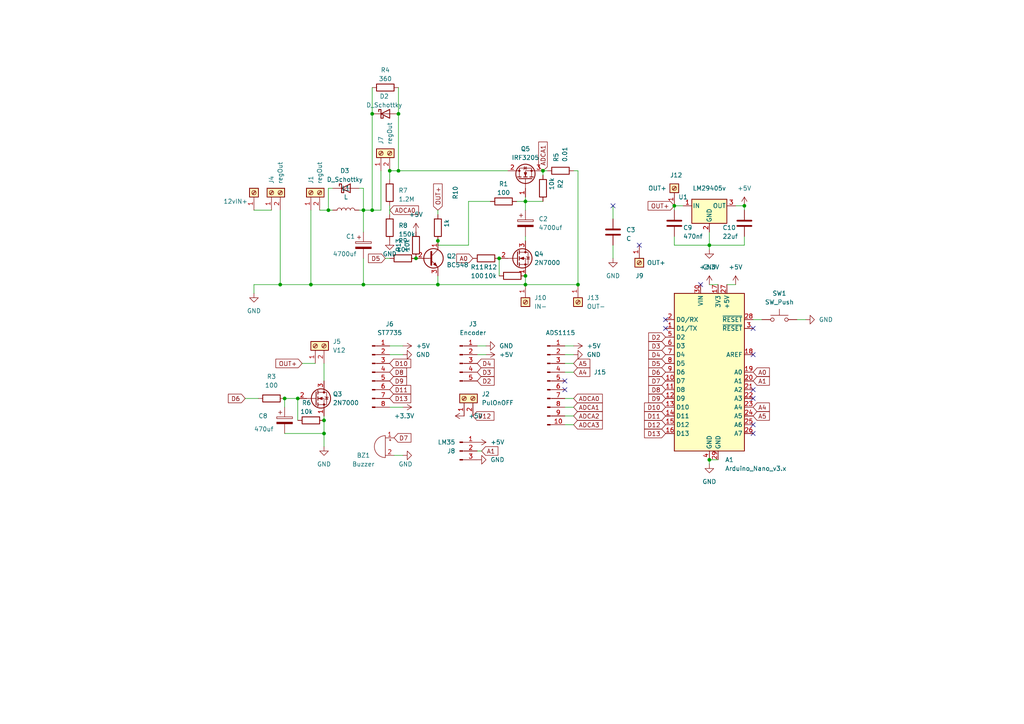
<source format=kicad_sch>
(kicad_sch (version 20230121) (generator eeschema)
  (paper "A4")
  (title_block (title "Fuente DIPS30V5A") (date "2022-10-11") (rev "6"))
  (lib_symbols
    (symbol "Connector:Conn_01x03_Male" (pin_names (offset 1.016) hide)
      (property "Reference" "J" (at 0 5.08 0))
      (property "Value" "Conn_01x03_Male" (at 0 -5.08 0))
      (symbol "Conn_01x03_Male_1_1"
        (polyline (pts (xy 1.27 -2.54) (xy 0.8636 -2.54)) (stroke (width 0.1524)))
        (polyline (pts (xy 1.27 0) (xy 0.8636 0)) (stroke (width 0.1524)))
        (polyline (pts (xy 1.27 2.54) (xy 0.8636 2.54)) (stroke (width 0.1524)))
        (rectangle (start 0.8636 -2.413) (end 0 -2.667) (stroke (width 0.1524)) (fill (type outline)))
        (rectangle (start 0.8636 0.127) (end 0 -0.127) (stroke (width 0.1524)) (fill (type outline)))
        (rectangle (start 0.8636 2.667) (end 0 2.413) (stroke (width 0.1524)) (fill (type outline)))
        (pin passive line (at 5.08 2.54 180) (length 3.81) (name "Pin_1") (number "1"))
        (pin passive line (at 5.08 0 180) (length 3.81) (name "Pin_2") (number "2"))
        (pin passive line (at 5.08 -2.54 180) (length 3.81) (name "Pin_3") (number "3"))
      )
    )
    (symbol "Connector:Conn_01x05_Male" (pin_names (offset 1.016) hide)
      (property "Reference" "J" (at 0 7.62 0))
      (property "Value" "Conn_01x05_Male" (at 0 -7.62 0))
      (symbol "Conn_01x05_Male_1_1"
        (polyline (pts (xy 1.27 -5.08) (xy 0.8636 -5.08)) (stroke (width 0.1524)))
        (polyline (pts (xy 1.27 -2.54) (xy 0.8636 -2.54)) (stroke (width 0.1524)))
        (polyline (pts (xy 1.27 0) (xy 0.8636 0)) (stroke (width 0.1524)))
        (polyline (pts (xy 1.27 2.54) (xy 0.8636 2.54)) (stroke (width 0.1524)))
        (polyline (pts (xy 1.27 5.08) (xy 0.8636 5.08)) (stroke (width 0.1524)))
        (rectangle (start 0.8636 -4.953) (end 0 -5.207) (stroke (width 0.1524)) (fill (type outline)))
        (rectangle (start 0.8636 -2.413) (end 0 -2.667) (stroke (width 0.1524)) (fill (type outline)))
        (rectangle (start 0.8636 0.127) (end 0 -0.127) (stroke (width 0.1524)) (fill (type outline)))
        (rectangle (start 0.8636 2.667) (end 0 2.413) (stroke (width 0.1524)) (fill (type outline)))
        (rectangle (start 0.8636 5.207) (end 0 4.953) (stroke (width 0.1524)) (fill (type outline)))
        (pin passive line (at 5.08 5.08 180) (length 3.81) (name "Pin_1") (number "1"))
        (pin passive line (at 5.08 2.54 180) (length 3.81) (name "Pin_2") (number "2"))
        (pin passive line (at 5.08 0 180) (length 3.81) (name "Pin_3") (number "3"))
        (pin passive line (at 5.08 -2.54 180) (length 3.81) (name "Pin_4") (number "4"))
        (pin passive line (at 5.08 -5.08 180) (length 3.81) (name "Pin_5") (number "5"))
      )
    )
    (symbol "Connector:Conn_01x08_Male" (pin_names (offset 1.016) hide)
      (property "Reference" "J" (at 0 10.16 0))
      (property "Value" "Conn_01x08_Male" (at 0 -12.7 0))
      (symbol "Conn_01x08_Male_1_1"
        (polyline (pts (xy 1.27 -10.16) (xy 0.8636 -10.16)) (stroke (width 0.1524)))
        (polyline (pts (xy 1.27 -7.62) (xy 0.8636 -7.62)) (stroke (width 0.1524)))
        (polyline (pts (xy 1.27 -5.08) (xy 0.8636 -5.08)) (stroke (width 0.1524)))
        (polyline (pts (xy 1.27 -2.54) (xy 0.8636 -2.54)) (stroke (width 0.1524)))
        (polyline (pts (xy 1.27 0) (xy 0.8636 0)) (stroke (width 0.1524)))
        (polyline (pts (xy 1.27 2.54) (xy 0.8636 2.54)) (stroke (width 0.1524)))
        (polyline (pts (xy 1.27 5.08) (xy 0.8636 5.08)) (stroke (width 0.1524)))
        (polyline (pts (xy 1.27 7.62) (xy 0.8636 7.62)) (stroke (width 0.1524)))
        (rectangle (start 0.8636 -10.033) (end 0 -10.287) (stroke (width 0.1524)) (fill (type outline)))
        (rectangle (start 0.8636 -7.493) (end 0 -7.747) (stroke (width 0.1524)) (fill (type outline)))
        (rectangle (start 0.8636 -4.953) (end 0 -5.207) (stroke (width 0.1524)) (fill (type outline)))
        (rectangle (start 0.8636 -2.413) (end 0 -2.667) (stroke (width 0.1524)) (fill (type outline)))
        (rectangle (start 0.8636 0.127) (end 0 -0.127) (stroke (width 0.1524)) (fill (type outline)))
        (rectangle (start 0.8636 2.667) (end 0 2.413) (stroke (width 0.1524)) (fill (type outline)))
        (rectangle (start 0.8636 5.207) (end 0 4.953) (stroke (width 0.1524)) (fill (type outline)))
        (rectangle (start 0.8636 7.747) (end 0 7.493) (stroke (width 0.1524)) (fill (type outline)))
        (pin passive line (at 5.08 7.62 180) (length 3.81) (name "Pin_1") (number "1"))
        (pin passive line (at 5.08 5.08 180) (length 3.81) (name "Pin_2") (number "2"))
        (pin passive line (at 5.08 2.54 180) (length 3.81) (name "Pin_3") (number "3"))
        (pin passive line (at 5.08 0 180) (length 3.81) (name "Pin_4") (number "4"))
        (pin passive line (at 5.08 -2.54 180) (length 3.81) (name "Pin_5") (number "5"))
        (pin passive line (at 5.08 -5.08 180) (length 3.81) (name "Pin_6") (number "6"))
        (pin passive line (at 5.08 -7.62 180) (length 3.81) (name "Pin_7") (number "7"))
        (pin passive line (at 5.08 -10.16 180) (length 3.81) (name "Pin_8") (number "8"))
      )
    )
    (symbol "Connector:Conn_01x10_Male" (pin_names (offset 1.016) hide)
      (property "Reference" "J" (at 0 12.7 0))
      (property "Value" "Conn_01x10_Male" (at 0 -15.24 0))
      (symbol "Conn_01x10_Male_1_1"
        (polyline (pts (xy 1.27 -12.7) (xy 0.8636 -12.7)) (stroke (width 0.1524)))
        (polyline (pts (xy 1.27 -10.16) (xy 0.8636 -10.16)) (stroke (width 0.1524)))
        (polyline (pts (xy 1.27 -7.62) (xy 0.8636 -7.62)) (stroke (width 0.1524)))
        (polyline (pts (xy 1.27 -5.08) (xy 0.8636 -5.08)) (stroke (width 0.1524)))
        (polyline (pts (xy 1.27 -2.54) (xy 0.8636 -2.54)) (stroke (width 0.1524)))
        (polyline (pts (xy 1.27 0) (xy 0.8636 0)) (stroke (width 0.1524)))
        (polyline (pts (xy 1.27 2.54) (xy 0.8636 2.54)) (stroke (width 0.1524)))
        (polyline (pts (xy 1.27 5.08) (xy 0.8636 5.08)) (stroke (width 0.1524)))
        (polyline (pts (xy 1.27 7.62) (xy 0.8636 7.62)) (stroke (width 0.1524)))
        (polyline (pts (xy 1.27 10.16) (xy 0.8636 10.16)) (stroke (width 0.1524)))
        (rectangle (start 0.8636 -12.573) (end 0 -12.827) (stroke (width 0.1524)) (fill (type outline)))
        (rectangle (start 0.8636 -10.033) (end 0 -10.287) (stroke (width 0.1524)) (fill (type outline)))
        (rectangle (start 0.8636 -7.493) (end 0 -7.747) (stroke (width 0.1524)) (fill (type outline)))
        (rectangle (start 0.8636 -4.953) (end 0 -5.207) (stroke (width 0.1524)) (fill (type outline)))
        (rectangle (start 0.8636 -2.413) (end 0 -2.667) (stroke (width 0.1524)) (fill (type outline)))
        (rectangle (start 0.8636 0.127) (end 0 -0.127) (stroke (width 0.1524)) (fill (type outline)))
        (rectangle (start 0.8636 2.667) (end 0 2.413) (stroke (width 0.1524)) (fill (type outline)))
        (rectangle (start 0.8636 5.207) (end 0 4.953) (stroke (width 0.1524)) (fill (type outline)))
        (rectangle (start 0.8636 7.747) (end 0 7.493) (stroke (width 0.1524)) (fill (type outline)))
        (rectangle (start 0.8636 10.287) (end 0 10.033) (stroke (width 0.1524)) (fill (type outline)))
        (pin passive line (at 5.08 10.16 180) (length 3.81) (name "Pin_1") (number "1"))
        (pin passive line (at 5.08 -12.7 180) (length 3.81) (name "Pin_10") (number "10"))
        (pin passive line (at 5.08 7.62 180) (length 3.81) (name "Pin_2") (number "2"))
        (pin passive line (at 5.08 5.08 180) (length 3.81) (name "Pin_3") (number "3"))
        (pin passive line (at 5.08 2.54 180) (length 3.81) (name "Pin_4") (number "4"))
        (pin passive line (at 5.08 0 180) (length 3.81) (name "Pin_5") (number "5"))
        (pin passive line (at 5.08 -2.54 180) (length 3.81) (name "Pin_6") (number "6"))
        (pin passive line (at 5.08 -5.08 180) (length 3.81) (name "Pin_7") (number "7"))
        (pin passive line (at 5.08 -7.62 180) (length 3.81) (name "Pin_8") (number "8"))
        (pin passive line (at 5.08 -10.16 180) (length 3.81) (name "Pin_9") (number "9"))
      )
    )
    (symbol "Connector:Screw_Terminal_01x01" (pin_names (offset 1.016) hide)
      (property "Reference" "J" (at 0 2.54 0))
      (property "Value" "Screw_Terminal_01x01" (at 0 -2.54 0))
      (symbol "Screw_Terminal_01x01_1_1"
        (rectangle (start -1.27 1.27) (end 1.27 -1.27) (stroke (width 0.254)) (fill (type background)))
        (polyline (pts (xy -0.5334 0.3302) (xy 0.3302 -0.508)) (stroke (width 0.1524)))
        (polyline (pts (xy -0.3556 0.508) (xy 0.508 -0.3302)) (stroke (width 0.1524)))
        (circle (center 0 0) (radius 0.635) (stroke (width 0.1524)))
        (pin passive line (at -5.08 0 0) (length 3.81) (name "Pin_1") (number "1"))
      )
    )
    (symbol "Connector:Screw_Terminal_01x02" (pin_names (offset 1.016) hide)
      (property "Reference" "J" (at 0 2.54 0))
      (property "Value" "Screw_Terminal_01x02" (at 0 -5.08 0))
      (symbol "Screw_Terminal_01x02_1_1"
        (rectangle (start -1.27 1.27) (end 1.27 -3.81) (stroke (width 0.254)) (fill (type background)))
        (circle (center 0 -2.54) (radius 0.635) (stroke (width 0.1524)))
        (polyline (pts (xy -0.5334 -2.2098) (xy 0.3302 -3.048)) (stroke (width 0.1524)))
        (polyline (pts (xy -0.5334 0.3302) (xy 0.3302 -0.508)) (stroke (width 0.1524)))
        (polyline (pts (xy -0.3556 -2.032) (xy 0.508 -2.8702)) (stroke (width 0.1524)))
        (polyline (pts (xy -0.3556 0.508) (xy 0.508 -0.3302)) (stroke (width 0.1524)))
        (circle (center 0 0) (radius 0.635) (stroke (width 0.1524)))
        (pin passive line (at -5.08 0 0) (length 3.81) (name "Pin_1") (number "1"))
        (pin passive line (at -5.08 -2.54 0) (length 3.81) (name "Pin_2") (number "2"))
      )
    )
    (symbol "Device:Buzzer" (pin_names (offset 0.0254) hide)
      (property "Reference" "BZ" (at 3.81 1.27 0))
      (property "Value" "Buzzer" (at 3.81 -1.27 0))
      (symbol "Buzzer_0_1"
        (arc (start 0 -3.175) (mid 3.1612 0) (end 0 3.175))
        (polyline (pts (xy -1.651 1.905) (xy -1.143 1.905)))
        (polyline (pts (xy -1.397 2.159) (xy -1.397 1.651)))
        (polyline (pts (xy 0 3.175) (xy 0 -3.175)))
      )
      (symbol "Buzzer_1_1"
        (pin passive line (at -2.54 2.54 0) (length 2.54) (name "-") (number "1"))
        (pin passive line (at -2.54 -2.54 0) (length 2.54) (name "+") (number "2"))
      )
    )
    (symbol "Device:C" (pin_numbers hide) (pin_names (offset 0.254))
      (property "Reference" "C" (at 0.635 2.54 0))
      (property "Value" "C" (at 0.635 -2.54 0))
      (symbol "C_0_1"
        (polyline (pts (xy -2.032 -0.762) (xy 2.032 -0.762)) (stroke (width 0.508)))
        (polyline (pts (xy -2.032 0.762) (xy 2.032 0.762)) (stroke (width 0.508)))
      )
      (symbol "C_1_1"
        (pin passive line (at 0 3.81 270) (length 2.794) (name "~") (number "1"))
        (pin passive line (at 0 -3.81 90) (length 2.794) (name "~") (number "2"))
      )
    )
    (symbol "Device:C_Polarized" (pin_numbers hide) (pin_names (offset 0.254))
      (property "Reference" "C" (at 0.635 2.54 0))
      (property "Value" "C_Polarized" (at 0.635 -2.54 0))
      (symbol "C_Polarized_0_1"
        (rectangle (start -2.286 0.508) (end 2.286 1.016))
        (polyline (pts (xy -1.778 2.286) (xy -0.762 2.286)))
        (polyline (pts (xy -1.27 2.794) (xy -1.27 1.778)))
        (rectangle (start 2.286 -0.508) (end -2.286 -1.016) (fill (type outline)))
      )
      (symbol "C_Polarized_1_1"
        (pin passive line (at 0 3.81 270) (length 2.794) (name "~") (number "1"))
        (pin passive line (at 0 -3.81 90) (length 2.794) (name "~") (number "2"))
      )
    )
    (symbol "Device:D_Schottky" (pin_numbers hide) (pin_names (offset 1.016) hide)
      (property "Reference" "D" (at 0 2.54 0))
      (property "Value" "D_Schottky" (at 0 -2.54 0))
      (symbol "D_Schottky_0_1"
        (polyline (pts (xy 1.27 0) (xy -1.27 0)))
        (polyline (pts (xy 1.27 1.27) (xy 1.27 -1.27) (xy -1.27 0) (xy 1.27 1.27)) (stroke (width 0.254)))
        (polyline (pts (xy -1.905 0.635) (xy -1.905 1.27) (xy -1.27 1.27) (xy -1.27 -1.27) (xy -0.635 -1.27) (xy -0.635 -0.635)) (stroke (width 0.254)))
      )
      (symbol "D_Schottky_1_1"
        (pin passive line (at -3.81 0 0) (length 2.54) (name "K") (number "1"))
        (pin passive line (at 3.81 0 180) (length 2.54) (name "A") (number "2"))
      )
    )
    (symbol "Device:L" (pin_numbers hide) (pin_names (offset 1.016) hide)
      (property "Reference" "L" (at -1.27 0 90))
      (property "Value" "L" (at 1.905 0 90))
      (symbol "L_0_1"
        (arc (start 0 -2.54) (mid 0.6323 -1.905) (end 0 -1.27))
        (arc (start 0 -1.27) (mid 0.6323 -0.635) (end 0 0))
        (arc (start 0 0) (mid 0.6323 0.635) (end 0 1.27))
        (arc (start 0 1.27) (mid 0.6323 1.905) (end 0 2.54))
      )
      (symbol "L_1_1"
        (pin passive line (at 0 3.81 270) (length 1.27) (name "1") (number "1"))
        (pin passive line (at 0 -3.81 90) (length 1.27) (name "2") (number "2"))
      )
    )
    (symbol "Device:R" (pin_numbers hide) (pin_names (offset 0))
      (property "Reference" "R" (at 2.032 0 90))
      (property "Value" "R" (at 0 0 90))
      (symbol "R_0_1"
        (rectangle (start -1.016 -2.54) (end 1.016 2.54) (stroke (width 0.254)))
      )
      (symbol "R_1_1"
        (pin passive line (at 0 3.81 270) (length 1.27) (name "~") (number "1"))
        (pin passive line (at 0 -3.81 90) (length 1.27) (name "~") (number "2"))
      )
    )
    (symbol "MCU_Module:Arduino_Nano_v3.x"
      (property "Reference" "A" (at -10.16 23.495 0))
      (property "Value" "Arduino_Nano_v3.x" (at 5.08 -24.13 0))
      (symbol "Arduino_Nano_v3.x_0_1"
        (rectangle (start -10.16 22.86) (end 10.16 -22.86) (stroke (width 0.254)) (fill (type background)))
      )
      (symbol "Arduino_Nano_v3.x_1_1"
        (pin bidirectional line (at -12.7 12.7 0) (length 2.54) (name "D1/TX") (number "1"))
        (pin bidirectional line (at -12.7 -2.54 0) (length 2.54) (name "D7") (number "10"))
        (pin bidirectional line (at -12.7 -5.08 0) (length 2.54) (name "D8") (number "11"))
        (pin bidirectional line (at -12.7 -7.62 0) (length 2.54) (name "D9") (number "12"))
        (pin bidirectional line (at -12.7 -10.16 0) (length 2.54) (name "D10") (number "13"))
        (pin bidirectional line (at -12.7 -12.7 0) (length 2.54) (name "D11") (number "14"))
        (pin bidirectional line (at -12.7 -15.24 0) (length 2.54) (name "D12") (number "15"))
        (pin bidirectional line (at -12.7 -17.78 0) (length 2.54) (name "D13") (number "16"))
        (pin power_out line (at 2.54 25.4 270) (length 2.54) (name "3V3") (number "17"))
        (pin input line (at 12.7 5.08 180) (length 2.54) (name "AREF") (number "18"))
        (pin bidirectional line (at 12.7 0 180) (length 2.54) (name "A0") (number "19"))
        (pin bidirectional line (at -12.7 15.24 0) (length 2.54) (name "D0/RX") (number "2"))
        (pin bidirectional line (at 12.7 -2.54 180) (length 2.54) (name "A1") (number "20"))
        (pin bidirectional line (at 12.7 -5.08 180) (length 2.54) (name "A2") (number "21"))
        (pin bidirectional line (at 12.7 -7.62 180) (length 2.54) (name "A3") (number "22"))
        (pin bidirectional line (at 12.7 -10.16 180) (length 2.54) (name "A4") (number "23"))
        (pin bidirectional line (at 12.7 -12.7 180) (length 2.54) (name "A5") (number "24"))
        (pin bidirectional line (at 12.7 -15.24 180) (length 2.54) (name "A6") (number "25"))
        (pin bidirectional line (at 12.7 -17.78 180) (length 2.54) (name "A7") (number "26"))
        (pin power_out line (at 5.08 25.4 270) (length 2.54) (name "+5V") (number "27"))
        (pin input line (at 12.7 15.24 180) (length 2.54) (name "~{RESET}") (number "28"))
        (pin power_in line (at 2.54 -25.4 90) (length 2.54) (name "GND") (number "29"))
        (pin input line (at 12.7 12.7 180) (length 2.54) (name "~{RESET}") (number "3"))
        (pin power_in line (at -2.54 25.4 270) (length 2.54) (name "VIN") (number "30"))
        (pin power_in line (at 0 -25.4 90) (length 2.54) (name "GND") (number "4"))
        (pin bidirectional line (at -12.7 10.16 0) (length 2.54) (name "D2") (number "5"))
        (pin bidirectional line (at -12.7 7.62 0) (length 2.54) (name "D3") (number "6"))
        (pin bidirectional line (at -12.7 5.08 0) (length 2.54) (name "D4") (number "7"))
        (pin bidirectional line (at -12.7 2.54 0) (length 2.54) (name "D5") (number "8"))
        (pin bidirectional line (at -12.7 0 0) (length 2.54) (name "D6") (number "9"))
      )
    )
    (symbol "Regulator_Linear:L7805" (pin_names (offset 0.254))
      (property "Reference" "U" (at -3.81 3.175 0))
      (property "Value" "L7805" (at 0 3.175 0))
      (symbol "L7805_0_1"
        (rectangle (start -5.08 1.905) (end 5.08 -5.08) (stroke (width 0.254)) (fill (type background)))
      )
      (symbol "L7805_1_1"
        (pin power_in line (at -7.62 0 0) (length 2.54) (name "IN") (number "1"))
        (pin power_in line (at 0 -7.62 90) (length 2.54) (name "GND") (number "2"))
        (pin power_out line (at 7.62 0 180) (length 2.54) (name "OUT") (number "3"))
      )
    )
    (symbol "Switch:SW_Push" (pin_numbers hide) (pin_names (offset 1.016) hide)
      (property "Reference" "SW" (at 1.27 2.54 0))
      (property "Value" "SW_Push" (at 0 -1.524 0))
      (symbol "SW_Push_0_1"
        (circle (center -2.032 0) (radius 0.508))
        (polyline (pts (xy 0 1.27) (xy 0 3.048)))
        (polyline (pts (xy 2.54 1.27) (xy -2.54 1.27)))
        (circle (center 2.032 0) (radius 0.508))
        (pin passive line (at -5.08 0 0) (length 2.54) (name "1") (number "1"))
        (pin passive line (at 5.08 0 180) (length 2.54) (name "2") (number "2"))
      )
    )
    (symbol "Transistor_BJT:BC548" (pin_names (offset 0) hide)
      (property "Reference" "Q" (at 5.08 1.905 0))
      (property "Value" "BC548" (at 5.08 0 0))
      (symbol "BC548_0_1"
        (polyline (pts (xy 0 0) (xy 0.635 0)))
        (polyline (pts (xy 0.635 0.635) (xy 2.54 2.54)))
        (polyline (pts (xy 0.635 -0.635) (xy 2.54 -2.54) (xy 2.54 -2.54)))
        (polyline (pts (xy 0.635 1.905) (xy 0.635 -1.905) (xy 0.635 -1.905)) (stroke (width 0.508)))
        (polyline (pts (xy 1.27 -1.778) (xy 1.778 -1.27) (xy 2.286 -2.286) (xy 1.27 -1.778) (xy 1.27 -1.778)) (fill (type outline)))
        (circle (center 1.27 0) (radius 2.8194) (stroke (width 0.254)))
      )
      (symbol "BC548_1_1"
        (pin passive line (at 2.54 5.08 270) (length 2.54) (name "C") (number "1"))
        (pin input line (at -5.08 0 0) (length 5.08) (name "B") (number "2"))
        (pin passive line (at 2.54 -5.08 90) (length 2.54) (name "E") (number "3"))
      )
    )
    (symbol "Transistor_FET:2N7000" (pin_names hide)
      (property "Reference" "Q" (at 5.08 1.905 0))
      (property "Value" "2N7000" (at 5.08 0 0))
      (symbol "2N7000_0_1"
        (polyline (pts (xy 0.254 0) (xy -2.54 0)))
        (polyline (pts (xy 0.254 1.905) (xy 0.254 -1.905)) (stroke (width 0.254)))
        (polyline (pts (xy 0.762 -1.27) (xy 0.762 -2.286)) (stroke (width 0.254)))
        (polyline (pts (xy 0.762 0.508) (xy 0.762 -0.508)) (stroke (width 0.254)))
        (polyline (pts (xy 0.762 2.286) (xy 0.762 1.27)) (stroke (width 0.254)))
        (polyline (pts (xy 2.54 2.54) (xy 2.54 1.778)))
        (polyline (pts (xy 2.54 -2.54) (xy 2.54 0) (xy 0.762 0)))
        (polyline (pts (xy 0.762 -1.778) (xy 3.302 -1.778) (xy 3.302 1.778) (xy 0.762 1.778)))
        (polyline (pts (xy 1.016 0) (xy 2.032 0.381) (xy 2.032 -0.381) (xy 1.016 0)) (fill (type outline)))
        (polyline (pts (xy 2.794 0.508) (xy 2.921 0.381) (xy 3.683 0.381) (xy 3.81 0.254)))
        (polyline (pts (xy 3.302 0.381) (xy 2.921 -0.254) (xy 3.683 -0.254) (xy 3.302 0.381)))
        (circle (center 1.651 0) (radius 2.794) (stroke (width 0.254)))
        (circle (center 2.54 -1.778) (radius 0.254) (fill (type outline)))
        (circle (center 2.54 1.778) (radius 0.254) (fill (type outline)))
      )
      (symbol "2N7000_1_1"
        (pin passive line (at 2.54 -5.08 90) (length 2.54) (name "S") (number "1"))
        (pin input line (at -5.08 0 0) (length 2.54) (name "G") (number "2"))
        (pin passive line (at 2.54 5.08 270) (length 2.54) (name "D") (number "3"))
      )
    )
    (symbol "Transistor_FET:IRF3205" (pin_names hide)
      (property "Reference" "Q" (at 6.35 1.905 0))
      (property "Value" "IRF3205" (at 6.35 0 0))
      (symbol "IRF3205_0_1"
        (polyline (pts (xy 0.254 0) (xy -2.54 0)))
        (polyline (pts (xy 0.254 1.905) (xy 0.254 -1.905)) (stroke (width 0.254)))
        (polyline (pts (xy 0.762 -1.27) (xy 0.762 -2.286)) (stroke (width 0.254)))
        (polyline (pts (xy 0.762 0.508) (xy 0.762 -0.508)) (stroke (width 0.254)))
        (polyline (pts (xy 0.762 2.286) (xy 0.762 1.27)) (stroke (width 0.254)))
        (polyline (pts (xy 2.54 2.54) (xy 2.54 1.778)))
        (polyline (pts (xy 2.54 -2.54) (xy 2.54 0) (xy 0.762 0)))
        (polyline (pts (xy 0.762 -1.778) (xy 3.302 -1.778) (xy 3.302 1.778) (xy 0.762 1.778)))
        (polyline (pts (xy 1.016 0) (xy 2.032 0.381) (xy 2.032 -0.381) (xy 1.016 0)) (fill (type outline)))
        (polyline (pts (xy 2.794 0.508) (xy 2.921 0.381) (xy 3.683 0.381) (xy 3.81 0.254)))
        (polyline (pts (xy 3.302 0.381) (xy 2.921 -0.254) (xy 3.683 -0.254) (xy 3.302 0.381)))
        (circle (center 1.651 0) (radius 2.794) (stroke (width 0.254)))
        (circle (center 2.54 -1.778) (radius 0.254) (fill (type outline)))
        (circle (center 2.54 1.778) (radius 0.254) (fill (type outline)))
      )
      (symbol "IRF3205_1_1"
        (pin input line (at -5.08 0 0) (length 2.54) (name "G") (number "1"))
        (pin passive line (at 2.54 5.08 270) (length 2.54) (name "D") (number "2"))
        (pin passive line (at 2.54 -5.08 90) (length 2.54) (name "S") (number "3"))
      )
    )
    (symbol "power:+3.3V" (power) (pin_names (offset 0))
      (property "Value" "+3.3V" (at 0 3.556 0))
      (symbol "+3.3V_0_1"
        (polyline (pts (xy -0.762 1.27) (xy 0 2.54)))
        (polyline (pts (xy 0 0) (xy 0 2.54)))
        (polyline (pts (xy 0 2.54) (xy 0.762 1.27)))
      )
      (symbol "+3.3V_1_1"
        (pin power_in line (at 0 0 90) (length 0) hide (name "+3.3V") (number "1"))
      )
    )
    (symbol "power:+5V" (power) (pin_names (offset 0))
      (property "Value" "+5V" (at 0 3.556 0))
      (symbol "+5V_0_1"
        (polyline (pts (xy -0.762 1.27) (xy 0 2.54)))
        (polyline (pts (xy 0 0) (xy 0 2.54)))
        (polyline (pts (xy 0 2.54) (xy 0.762 1.27)))
      )
      (symbol "+5V_1_1"
        (pin power_in line (at 0 0 90) (length 0) hide (name "+5V") (number "1"))
      )
    )
    (symbol "power:GND" (power) (pin_names (offset 0))
      (property "Value" "GND" (at 0 -3.81 0))
      (symbol "GND_0_1"
        (polyline (pts (xy 0 0) (xy 0 -1.27) (xy 1.27 -1.27) (xy 0 -2.54) (xy -1.27 -1.27) (xy 0 -1.27)))
      )
      (symbol "GND_1_1"
        (pin power_in line (at 0 0 270) (length 0) hide (name "GND") (number "1"))
      )
    )
  )
  (junction (at 115.57 49.53))
  (junction (at 90.17 82.55))
  (junction (at 113.03 49.53))
  (junction (at 205.74 133.35))
  (junction (at 215.9 59.69))
  (junction (at 107.95 60.96))
  (junction (at 82.55 115.57))
  (junction (at 205.74 71.12))
  (junction (at 107.95 33.02))
  (junction (at 167.64 82.55))
  (junction (at 81.28 82.55))
  (junction (at 120.65 74.93))
  (junction (at 105.41 60.96))
  (junction (at 152.4 80.01))
  (junction (at 195.58 59.69))
  (junction (at 157.48 49.53))
  (junction (at 93.98 121.92))
  (junction (at 127 69.85))
  (junction (at 152.4 58.42))
  (junction (at 86.36 115.57))
  (junction (at 115.57 33.02))
  (junction (at 144.78 74.93))
  (junction (at 127 82.55))
  (junction (at 95.25 60.96))
  (junction (at 152.4 82.55))
  (junction (at 93.98 125.73))
  (junction (at 105.41 82.55))
  (no_connect (at 218.44 113.03))
  (no_connect (at 193.04 95.25))
  (no_connect (at 193.04 92.71))
  (no_connect (at 163.83 110.49))
  (no_connect (at 177.8 59.69))
  (no_connect (at 218.44 95.25))
  (no_connect (at 185.42 71.12))
  (no_connect (at 218.44 102.87))
  (no_connect (at 203.2 82.55))
  (no_connect (at 163.83 113.03))
  (no_connect (at 218.44 115.57))
  (no_connect (at 218.44 125.73))
  (no_connect (at 218.44 123.19))
  (wire (pts (xy 127 80.01) (xy 127 82.55)))
  (wire (pts (xy 215.9 68.58) (xy 215.9 71.12)))
  (wire (pts (xy 152.4 82.55) (xy 167.64 82.55)))
  (wire (pts (xy 149.86 58.42) (xy 152.4 58.42)))
  (wire (pts (xy 105.41 54.61) (xy 105.41 60.96)))
  (wire (pts (xy 81.28 82.55) (xy 90.17 82.55)))
  (wire (pts (xy 107.95 33.02) (xy 107.95 60.96)))
  (wire (pts (xy 92.71 60.96) (xy 95.25 60.96)))
  (wire (pts (xy 195.58 68.58) (xy 195.58 71.12)))
  (wire (pts (xy 127 62.23) (xy 127 60.96)))
  (wire (pts (xy 177.8 71.12) (xy 177.8 74.93)))
  (wire (pts (xy 157.48 50.8) (xy 157.48 49.53)))
  (wire (pts (xy 157.48 58.42) (xy 152.4 58.42)))
  (wire (pts (xy 95.25 54.61) (xy 95.25 60.96)))
  (wire (pts (xy 91.44 105.41) (xy 87.63 105.41)))
  (wire (pts (xy 163.83 115.57) (xy 166.37 115.57)))
  (wire (pts (xy 205.74 71.12) (xy 205.74 67.31)))
  (wire (pts (xy 152.4 58.42) (xy 152.4 60.96)))
  (wire (pts (xy 93.98 125.73) (xy 93.98 129.54)))
  (wire (pts (xy 86.36 115.57) (xy 86.36 121.92)))
  (wire (pts (xy 213.36 82.55) (xy 210.82 82.55)))
  (wire (pts (xy 163.83 118.11) (xy 166.37 118.11)))
  (wire (pts (xy 135.89 71.12) (xy 127 71.12)))
  (wire (pts (xy 115.57 49.53) (xy 147.32 49.53)))
  (wire (pts (xy 90.17 60.96) (xy 90.17 82.55)))
  (wire (pts (xy 105.41 82.55) (xy 127 82.55)))
  (wire (pts (xy 81.28 60.96) (xy 81.28 82.55)))
  (wire (pts (xy 93.98 121.92) (xy 93.98 120.65)))
  (wire (pts (xy 177.8 59.69) (xy 177.8 63.5)))
  (wire (pts (xy 93.98 121.92) (xy 93.98 125.73)))
  (wire (pts (xy 152.4 80.01) (xy 152.4 82.55)))
  (wire (pts (xy 195.58 71.12) (xy 205.74 71.12)))
  (wire (pts (xy 167.64 49.53) (xy 167.64 82.55)))
  (wire (pts (xy 163.83 105.41) (xy 166.37 105.41)))
  (wire (pts (xy 163.83 120.65) (xy 166.37 120.65)))
  (wire (pts (xy 163.83 102.87) (xy 166.37 102.87)))
  (wire (pts (xy 205.74 133.35) (xy 208.28 133.35)))
  (wire (pts (xy 127 82.55) (xy 152.4 82.55)))
  (wire (pts (xy 163.83 123.19) (xy 166.37 123.19)))
  (wire (pts (xy 116.84 132.08) (xy 114.3 132.08)))
  (wire (pts (xy 163.83 100.33) (xy 166.37 100.33)))
  (wire (pts (xy 205.74 71.12) (xy 205.74 72.39)))
  (wire (pts (xy 120.65 74.93) (xy 119.38 74.93)))
  (wire (pts (xy 195.58 59.69) (xy 195.58 60.96)))
  (wire (pts (xy 71.12 115.57) (xy 74.93 115.57)))
  (wire (pts (xy 113.03 59.69) (xy 113.03 62.23)))
  (wire (pts (xy 215.9 59.69) (xy 215.9 60.96)))
  (wire (pts (xy 127 69.85) (xy 127 71.12)))
  (wire (pts (xy 105.41 60.96) (xy 105.41 67.31)))
  (wire (pts (xy 205.74 133.35) (xy 205.74 134.62)))
  (wire (pts (xy 105.41 74.93) (xy 105.41 82.55)))
  (wire (pts (xy 96.52 54.61) (xy 95.25 54.61)))
  (wire (pts (xy 107.95 60.96) (xy 110.49 60.96)))
  (wire (pts (xy 113.03 49.53) (xy 113.03 52.07)))
  (wire (pts (xy 231.14 92.71) (xy 233.68 92.71)))
  (wire (pts (xy 135.89 58.42) (xy 135.89 71.12)))
  (wire (pts (xy 166.37 49.53) (xy 167.64 49.53)))
  (wire (pts (xy 144.78 74.93) (xy 144.78 80.01)))
  (wire (pts (xy 205.74 82.55) (xy 208.28 82.55)))
  (wire (pts (xy 115.57 33.02) (xy 115.57 49.53)))
  (wire (pts (xy 198.12 59.69) (xy 195.58 59.69)))
  (wire (pts (xy 113.03 74.93) (xy 111.76 74.93)))
  (wire (pts (xy 138.43 100.33) (xy 140.97 100.33)))
  (wire (pts (xy 82.55 125.73) (xy 93.98 125.73)))
  (wire (pts (xy 104.14 54.61) (xy 105.41 54.61)))
  (wire (pts (xy 215.9 71.12) (xy 205.74 71.12)))
  (wire (pts (xy 139.7 130.81) (xy 138.43 130.81)))
  (wire (pts (xy 104.14 60.96) (xy 105.41 60.96)))
  (wire (pts (xy 82.55 115.57) (xy 82.55 118.11)))
  (wire (pts (xy 116.84 118.11) (xy 113.03 118.11)))
  (wire (pts (xy 163.83 107.95) (xy 166.37 107.95)))
  (wire (pts (xy 115.57 25.4) (xy 115.57 33.02)))
  (wire (pts (xy 73.66 82.55) (xy 73.66 85.09)))
  (wire (pts (xy 73.66 82.55) (xy 81.28 82.55)))
  (wire (pts (xy 93.98 105.41) (xy 93.98 110.49)))
  (wire (pts (xy 152.4 68.58) (xy 152.4 69.85)))
  (wire (pts (xy 95.25 60.96) (xy 96.52 60.96)))
  (wire (pts (xy 213.36 59.69) (xy 215.9 59.69)))
  (wire (pts (xy 157.48 49.53) (xy 158.75 49.53)))
  (wire (pts (xy 90.17 82.55) (xy 105.41 82.55)))
  (wire (pts (xy 142.24 58.42) (xy 135.89 58.42)))
  (wire (pts (xy 218.44 92.71) (xy 220.98 92.71)))
  (wire (pts (xy 107.95 25.4) (xy 107.95 33.02)))
  (wire (pts (xy 105.41 60.96) (xy 107.95 60.96)))
  (wire (pts (xy 82.55 115.57) (xy 86.36 115.57)))
  (wire (pts (xy 116.84 102.87) (xy 113.03 102.87)))
  (wire (pts (xy 73.66 60.96) (xy 78.74 60.96)))
  (wire (pts (xy 152.4 57.15) (xy 152.4 58.42)))
  (wire (pts (xy 116.84 100.33) (xy 113.03 100.33)))
  (wire (pts (xy 140.97 102.87) (xy 138.43 102.87)))
  (wire (pts (xy 113.03 49.53) (xy 115.57 49.53)))
  (wire (pts (xy 110.49 60.96) (xy 110.49 49.53)))
  (global_label "A0" (shape input) (at 137.16 74.93 180) (property "Intersheetrefs" "${INTERSHEET_REFS}" (effects hide)))
  (global_label "A4" (shape input) (at 218.44 118.11 0) (property "Intersheetrefs" "${INTERSHEET_REFS}" (effects hide)))
  (global_label "OUT+" (shape input) (at 127 60.96 90) (property "Intersheetrefs" "${INTERSHEET_REFS}" (effects hide)))
  (global_label "A5" (shape input) (at 218.44 120.65 0) (property "Intersheetrefs" "${INTERSHEET_REFS}" (effects hide)))
  (global_label "D10" (shape input) (at 193.04 118.11 180) (property "Intersheetrefs" "${INTERSHEET_REFS}" (effects hide)))
  (global_label "D5" (shape input) (at 193.04 105.41 180) (property "Intersheetrefs" "${INTERSHEET_REFS}" (effects hide)))
  (global_label "D2" (shape input) (at 193.04 97.79 180) (property "Intersheetrefs" "${INTERSHEET_REFS}" (effects hide)))
  (global_label "D2" (shape input) (at 138.43 110.49 0) (property "Intersheetrefs" "${INTERSHEET_REFS}" (effects hide)))
  (global_label "D8" (shape input) (at 193.04 113.03 180) (property "Intersheetrefs" "${INTERSHEET_REFS}" (effects hide)))
  (global_label "ADCA0" (shape input) (at 166.37 115.57 0) (property "Intersheetrefs" "${INTERSHEET_REFS}" (effects hide)))
  (global_label "D8" (shape input) (at 113.03 107.95 0) (property "Intersheetrefs" "${INTERSHEET_REFS}" (effects hide)))
  (global_label "D12" (shape input) (at 137.16 120.65 0) (property "Intersheetrefs" "${INTERSHEET_REFS}" (effects hide)))
  (global_label "ADCA3" (shape input) (at 166.37 123.19 0) (property "Intersheetrefs" "${INTERSHEET_REFS}" (effects hide)))
  (global_label "D9" (shape input) (at 113.03 110.49 0) (property "Intersheetrefs" "${INTERSHEET_REFS}" (effects hide)))
  (global_label "D7" (shape input) (at 114.3 127 0) (property "Intersheetrefs" "${INTERSHEET_REFS}" (effects hide)))
  (global_label "D6" (shape input) (at 193.04 107.95 180) (property "Intersheetrefs" "${INTERSHEET_REFS}" (effects hide)))
  (global_label "ADCA1" (shape input) (at 166.37 118.11 0) (property "Intersheetrefs" "${INTERSHEET_REFS}" (effects hide)))
  (global_label "D13" (shape input) (at 113.03 115.57 0) (property "Intersheetrefs" "${INTERSHEET_REFS}" (effects hide)))
  (global_label "ADCA0" (shape input) (at 113.03 60.96 0) (property "Intersheetrefs" "${INTERSHEET_REFS}" (effects hide)))
  (global_label "D6" (shape input) (at 71.12 115.57 180) (property "Intersheetrefs" "${INTERSHEET_REFS}" (effects hide)))
  (global_label "D11" (shape input) (at 113.03 113.03 0) (property "Intersheetrefs" "${INTERSHEET_REFS}" (effects hide)))
  (global_label "OUT+" (shape input) (at 195.58 59.69 180) (property "Intersheetrefs" "${INTERSHEET_REFS}" (effects hide)))
  (global_label "D7" (shape input) (at 193.04 110.49 180) (property "Intersheetrefs" "${INTERSHEET_REFS}" (effects hide)))
  (global_label "A1" (shape input) (at 139.7 130.81 0) (property "Intersheetrefs" "${INTERSHEET_REFS}" (effects hide)))
  (global_label "A1" (shape input) (at 218.44 110.49 0) (property "Intersheetrefs" "${INTERSHEET_REFS}" (effects hide)))
  (global_label "D10" (shape input) (at 113.03 105.41 0) (property "Intersheetrefs" "${INTERSHEET_REFS}" (effects hide)))
  (global_label "ADCA1" (shape input) (at 157.48 49.53 90) (property "Intersheetrefs" "${INTERSHEET_REFS}" (effects hide)))
  (global_label "A5" (shape input) (at 166.37 105.41 0) (property "Intersheetrefs" "${INTERSHEET_REFS}" (effects hide)))
  (global_label "ADCA2" (shape input) (at 166.37 120.65 0) (property "Intersheetrefs" "${INTERSHEET_REFS}" (effects hide)))
  (global_label "D3" (shape input) (at 193.04 100.33 180) (property "Intersheetrefs" "${INTERSHEET_REFS}" (effects hide)))
  (global_label "A4" (shape input) (at 166.37 107.95 0) (property "Intersheetrefs" "${INTERSHEET_REFS}" (effects hide)))
  (global_label "D5" (shape input) (at 111.76 74.93 180) (property "Intersheetrefs" "${INTERSHEET_REFS}" (effects hide)))
  (global_label "A0" (shape input) (at 218.44 107.95 0) (property "Intersheetrefs" "${INTERSHEET_REFS}" (effects hide)))
  (global_label "D3" (shape input) (at 138.43 107.95 0) (property "Intersheetrefs" "${INTERSHEET_REFS}" (effects hide)))
  (global_label "D4" (shape input) (at 193.04 102.87 180) (property "Intersheetrefs" "${INTERSHEET_REFS}" (effects hide)))
  (global_label "D4" (shape input) (at 138.43 105.41 0) (property "Intersheetrefs" "${INTERSHEET_REFS}" (effects hide)))
  (global_label "D9" (shape input) (at 193.04 115.57 180) (property "Intersheetrefs" "${INTERSHEET_REFS}" (effects hide)))
  (global_label "D11" (shape input) (at 193.04 120.65 180) (property "Intersheetrefs" "${INTERSHEET_REFS}" (effects hide)))
  (global_label "D12" (shape input) (at 193.04 123.19 180) (property "Intersheetrefs" "${INTERSHEET_REFS}" (effects hide)))
  (global_label "OUT+" (shape input) (at 87.63 105.41 180) (property "Intersheetrefs" "${INTERSHEET_REFS}" (effects hide)))
  (global_label "D13" (shape input) (at 193.04 125.73 180) (property "Intersheetrefs" "${INTERSHEET_REFS}" (effects hide)))
  (symbol (lib_id "Device:R") (at 111.76 25.4 90) (unit 1)
    (property "Reference" "R4" (at 111.76 20.32 90))
    (property "Value" "360" (at 111.76 22.86 90))
    (property "Footprint" "Resistor_THT:R_Axial_Power_L38.0mm_W6.4mm_P45.72mm" (effects hide))
  )
  (symbol (lib_id "Device:R") (at 146.05 58.42 90) (unit 1)
    (property "Reference" "R1" (at 146.05 53.34 90))
    (property "Value" "100" (at 146.05 55.88 90))
    (property "Footprint" "Resistor_THT:R_Axial_DIN0207_L6.3mm_D2.5mm_P10.16mm_Horizontal" (effects hide))
  )
  (symbol (lib_id "power:GND") (at 205.74 72.39 0) (unit 1)
    (property "Reference" "#PWR015" (effects hide))
    (property "Value" "GND" (at 205.74 77.47 0))
  )
  (symbol (lib_id "Connector:Screw_Terminal_01x02") (at 134.62 115.57 90) (unit 1)
    (property "Reference" "J2" (at 139.7 114.2999 90) (effects (justify right)))
    (property "Value" "PulOnOFF" (at 139.7 116.8399 90) (effects (justify right)))
    (property "Footprint" "Connector_Molex:Molex_KK-254_AE-6410-02A_1x02_P2.54mm_Vertical" (effects hide))
  )
  (symbol (lib_id "MCU_Module:Arduino_Nano_v3.x") (at 205.74 107.95 0) (unit 1)
    (property "Reference" "A1" (at 210.2994 133.35 0) (effects (justify left)))
    (property "Value" "Arduino_Nano_v3.x" (at 210.2994 135.89 0) (effects (justify left)))
    (property "Footprint" "Module:Arduino_Nano_WithMountingHoles" (effects hide))
    (property "Datasheet" "http://www.mouser.com/pdfdocs/Gravitech_Arduino_Nano3_0.pdf" (effects hide))
  )
  (symbol (lib_id "power:GND") (at 138.43 133.35 90) (unit 1)
    (property "Reference" "#PWR0107" (effects hide))
    (property "Value" "GND" (at 142.24 133.3501 90) (effects (justify right)))
  )
  (symbol (lib_id "Connector:Conn_01x05_Male") (at 133.35 105.41 0) (unit 1)
    (property "Reference" "J3" (at 137.16 93.98 0))
    (property "Value" "Encoder" (at 137.16 96.52 0))
    (property "Footprint" "Connector_Molex:Molex_KK-254_AE-6410-05A_1x05_P2.54mm_Vertical" (effects hide))
  )
  (symbol (lib_id "Connector:Screw_Terminal_01x01") (at 73.66 55.88 90) (unit 1)
    (property "Reference" "J16" (effects hide))
    (property "Value" "12vIN+" (at 64.77 58.42 90) (effects (justify right)))
    (property "Footprint" "Connector_Pin:Pin_D1.0mm_L10.0mm" (effects hide))
  )
  (symbol (lib_id "Device:Buzzer") (at 111.76 129.54 0) (mirror y) (unit 1)
    (property "Reference" "BZ1" (at 105.41 132.08 0))
    (property "Value" "Buzzer" (at 105.41 134.62 0))
    (property "Footprint" "Buzzer_Beeper:MagneticBuzzer_ProSignal_ABI-010-RC" (effects hide))
  )
  (symbol (lib_id "Device:R") (at 113.03 55.88 0) (unit 1)
    (property "Reference" "R7" (at 115.57 55.245 0) (effects (justify left)))
    (property "Value" "1.2M" (at 115.57 57.785 0) (effects (justify left)))
    (property "Footprint" "Resistor_THT:R_Axial_DIN0207_L6.3mm_D2.5mm_P10.16mm_Horizontal" (effects hide))
  )
  (symbol (lib_id "Device:R") (at 127 66.04 0) (unit 1)
    (property "Reference" "R10" (at 132.08 55.88 90))
    (property "Value" "1k" (at 129.54 64.77 90))
    (property "Footprint" "Resistor_THT:R_Axial_DIN0207_L6.3mm_D2.5mm_P10.16mm_Horizontal" (effects hide))
  )
  (symbol (lib_id "power:+5V") (at 166.37 100.33 270) (unit 1)
    (property "Reference" "#PWR0112" (effects hide))
    (property "Value" "+5V" (at 170.18 100.3299 90) (effects (justify left)))
  )
  (symbol (lib_id "Device:R") (at 162.56 49.53 90) (unit 1)
    (property "Reference" "R5" (at 161.2899 46.99 0) (effects (justify left)))
    (property "Value" "0.01" (at 163.8299 46.99 0) (effects (justify left)))
    (property "Footprint" "Resistor_SMD:R_2512_6332Metric_Pad1.40x3.35mm_HandSolder" (effects hide))
  )
  (symbol (lib_id "Device:C_Polarized") (at 105.41 71.12 0) (unit 1)
    (property "Reference" "C1" (at 100.33 68.58 0) (effects (justify left)))
    (property "Value" "4700uf" (at 96.52 73.66 0) (effects (justify left)))
    (property "Footprint" "Capacitor_THT:CP_Radial_D22.0mm_P10.00mm_SnapIn" (effects hide))
  )
  (symbol (lib_id "Connector:Screw_Terminal_01x02") (at 90.17 55.88 90) (unit 1)
    (property "Reference" "J1" (at 90.17 53.34 0) (effects (justify left)))
    (property "Value" "regOut" (at 92.71 53.34 0) (effects (justify left)))
    (property "Footprint" "Connector_Molex:Molex_KK-254_AE-6410-02A_1x02_P2.54mm_Vertical" (effects hide))
  )
  (symbol (lib_id "Connector:Conn_01x10_Male") (at 158.75 110.49 0) (unit 1)
    (property "Reference" "J15" (at 173.99 107.95 0))
    (property "Value" "ADS1115" (at 162.56 96.52 0))
    (property "Footprint" "Connector_PinHeader_2.54mm:PinHeader_1x10_P2.54mm_Vertical" (effects hide))
  )
  (symbol (lib_id "Device:D_Schottky") (at 111.76 33.02 0) (unit 1)
    (property "Reference" "D2" (at 111.4425 27.94 0))
    (property "Value" "D_Schottky" (at 111.4425 30.48 0))
    (property "Footprint" "Diode_THT:D_DO-201AD_P15.24mm_Horizontal" (effects hide))
  )
  (symbol (lib_id "Transistor_FET:IRF3205") (at 152.4 52.07 90) (unit 1)
    (property "Reference" "Q5" (at 152.4 43.18 90))
    (property "Value" "IRF3205" (at 152.4 45.72 90))
    (property "Footprint" "Package_TO_SOT_THT:TO-220-3_Vertical" (effects hide))
    (property "Datasheet" "http://www.irf.com/product-info/datasheets/data/irf3205.pdf" (effects hide))
  )
  (symbol (lib_id "Connector:Conn_01x08_Male") (at 107.95 107.95 0) (unit 1)
    (property "Reference" "J6" (at 113.03 93.98 0))
    (property "Value" "ST7735" (at 113.03 96.52 0))
    (property "Footprint" "Connector_Molex:Molex_KK-254_AE-6410-08A_1x08_P2.54mm_Vertical" (effects hide))
  )
  (symbol (lib_id "power:GND") (at 166.37 102.87 90) (unit 1)
    (property "Reference" "#PWR0113" (effects hide))
    (property "Value" "GND" (at 170.18 102.8699 90) (effects (justify right)))
  )
  (symbol (lib_id "power:GND") (at 116.84 102.87 90) (unit 1)
    (property "Reference" "#PWR03" (effects hide))
    (property "Value" "GND" (at 120.65 102.8699 90) (effects (justify right)))
  )
  (symbol (lib_id "power:+5V") (at 215.9 59.69 0) (unit 1)
    (property "Reference" "#PWR08" (effects hide))
    (property "Value" "+5V" (at 215.9 54.61 0))
  )
  (symbol (lib_id "power:GND") (at 113.03 69.85 0) (unit 1)
    (property "Reference" "#PWR01" (effects hide))
    (property "Value" "GND" (at 113.03 73.66 0))
  )
  (symbol (lib_id "Switch:SW_Push") (at 226.06 92.71 0) (unit 1)
    (property "Reference" "SW1" (at 226.06 85.09 0))
    (property "Value" "SW_Push" (at 226.06 87.63 0))
    (property "Footprint" "Connector_Molex:Molex_KK-254_AE-6410-02A_1x02_P2.54mm_Vertical" (effects hide))
  )
  (symbol (lib_id "Connector:Screw_Terminal_01x01") (at 167.64 87.63 270) (unit 1)
    (property "Reference" "J13" (at 170.18 86.3599 90) (effects (justify left)))
    (property "Value" "OUT-" (at 170.18 88.8999 90) (effects (justify left)))
    (property "Footprint" "Connector_Pin:Pin_D1.0mm_L10.0mm" (effects hide))
  )
  (symbol (lib_id "power:+5V") (at 120.65 67.31 0) (unit 1)
    (property "Reference" "#PWR013" (effects hide))
    (property "Value" "+5V" (at 120.65 62.23 0))
  )
  (symbol (lib_id "power:GND") (at 140.97 100.33 90) (unit 1)
    (property "Reference" "#PWR07" (effects hide))
    (property "Value" "GND" (at 144.78 100.3299 90) (effects (justify right)))
  )
  (symbol (lib_id "Device:L") (at 100.33 60.96 90) (unit 1)
    (property "Reference" "L1" (at 100.33 54.61 90))
    (property "Value" "L" (at 100.33 57.15 90))
    (property "Footprint" "Inductor_THT:L_Toroid_Vertical_L21.6mm_W8.4mm_P8.38mm_Pulse_G" (effects hide))
  )
  (symbol (lib_id "Connector:Screw_Terminal_01x02") (at 110.49 44.45 90) (unit 1)
    (property "Reference" "J7" (at 110.49 41.91 0) (effects (justify left)))
    (property "Value" "regOut" (at 113.03 41.91 0) (effects (justify left)))
    (property "Footprint" "Connector_Molex:Molex_KK-254_AE-6410-02A_1x02_P2.54mm_Vertical" (effects hide))
  )
  (symbol (lib_id "Device:R") (at 116.84 74.93 90) (unit 1)
    (property "Reference" "R9" (at 116.84 69.85 90))
    (property "Value" "10k" (at 116.84 72.39 90))
    (property "Footprint" "Resistor_THT:R_Axial_DIN0207_L6.3mm_D2.5mm_P10.16mm_Horizontal" (effects hide))
  )
  (symbol (lib_id "power:+5V") (at 134.62 120.65 90) (unit 1)
    (property "Reference" "#PWR0103" (effects hide))
    (property "Value" "+5V" (at 135.89 120.6499 90) (effects (justify right)))
  )
  (symbol (lib_id "power:+5V") (at 138.43 128.27 270) (unit 1)
    (property "Reference" "#PWR0106" (effects hide))
    (property "Value" "+5V" (at 142.24 128.2701 90) (effects (justify left)))
  )
  (symbol (lib_id "Device:C") (at 177.8 67.31 0) (unit 1)
    (property "Reference" "C3" (at 181.61 66.675 0) (effects (justify left)))
    (property "Value" "C" (at 181.61 69.215 0) (effects (justify left)))
    (property "Footprint" "Capacitor_THT:C_Rect_L26.5mm_W7.0mm_P22.50mm_MKS4" (effects hide))
  )
  (symbol (lib_id "power:GND") (at 93.98 129.54 0) (unit 1)
    (property "Reference" "#PWR0109" (effects hide))
    (property "Value" "GND" (at 93.98 134.62 0))
  )
  (symbol (lib_id "power:+5V") (at 116.84 100.33 270) (unit 1)
    (property "Reference" "#PWR04" (effects hide))
    (property "Value" "+5V" (at 120.65 100.3299 90) (effects (justify left)))
  )
  (symbol (lib_id "Transistor_BJT:BC548") (at 124.46 74.93 0) (unit 1)
    (property "Reference" "Q2" (at 129.54 74.295 0) (effects (justify left)))
    (property "Value" "BC548" (at 129.54 76.835 0) (effects (justify left)))
    (property "Footprint" "Package_TO_SOT_THT:TO-92_Inline" (effects hide))
    (property "Datasheet" "https://www.onsemi.com/pub/Collateral/BC550-D.pdf" (effects hide))
  )
  (symbol (lib_id "Transistor_FET:2N7000") (at 91.44 115.57 0) (unit 1)
    (property "Reference" "Q3" (at 96.52 114.3 0) (effects (justify left)))
    (property "Value" "2N7000" (at 96.52 116.84 0) (effects (justify left)))
    (property "Footprint" "Package_TO_SOT_THT:TO-92_Inline" (effects hide))
    (property "Datasheet" "https://www.vishay.com/docs/70226/70226.pdf" (effects hide))
  )
  (symbol (lib_id "Connector:Screw_Terminal_01x02") (at 78.74 55.88 90) (unit 1)
    (property "Reference" "J4" (at 78.74 53.34 0) (effects (justify left)))
    (property "Value" "regOut" (at 81.28 53.34 0) (effects (justify left)))
    (property "Footprint" "Connector_Molex:Molex_KK-254_AE-6410-02A_1x02_P2.54mm_Vertical" (effects hide))
  )
  (symbol (lib_id "Device:D_Schottky") (at 100.33 54.61 0) (unit 1)
    (property "Reference" "D3" (at 100.0125 49.53 0))
    (property "Value" "D_Schottky" (at 100.0125 52.07 0))
    (property "Footprint" "Diode_THT:D_DO-201AD_P15.24mm_Horizontal" (effects hide))
  )
  (symbol (lib_id "Device:C") (at 215.9 64.77 0) (unit 1)
    (property "Reference" "C10" (at 209.55 66.04 0) (effects (justify left)))
    (property "Value" "22uf" (at 209.55 68.58 0) (effects (justify left)))
    (property "Footprint" "Capacitor_THT:CP_Radial_D4.0mm_P2.00mm" (effects hide))
  )
  (symbol (lib_id "power:GND") (at 233.68 92.71 90) (unit 1)
    (property "Reference" "#PWR012" (effects hide))
    (property "Value" "GND" (at 237.49 92.7099 90) (effects (justify right)))
  )
  (symbol (lib_id "Device:C_Polarized") (at 82.55 121.92 0) (unit 1)
    (property "Reference" "C8" (at 74.93 120.65 0) (effects (justify left)))
    (property "Value" "470uf" (at 73.66 124.46 0) (effects (justify left)))
    (property "Footprint" "Capacitor_THT:C_Radial_D10.0mm_H16.0mm_P5.00mm" (effects hide))
  )
  (symbol (lib_id "Device:R") (at 78.74 115.57 90) (unit 1)
    (property "Reference" "R3" (at 78.74 109.22 90))
    (property "Value" "100" (at 78.74 111.76 90))
    (property "Footprint" "Resistor_THT:R_Axial_DIN0207_L6.3mm_D2.5mm_P10.16mm_Horizontal" (effects hide))
  )
  (symbol (lib_id "power:GND") (at 116.84 132.08 90) (unit 1)
    (property "Reference" "#PWR05" (effects hide))
    (property "Value" "GND" (at 115.57 134.62 90) (effects (justify right)))
  )
  (symbol (lib_id "Connector:Conn_01x03_Male") (at 133.35 130.81 0) (unit 1)
    (property "Reference" "J8" (at 132.08 130.81 0) (effects (justify right)))
    (property "Value" "LM35" (at 132.08 128.27 0) (effects (justify right)))
    (property "Footprint" "Connector_Molex:Molex_KK-254_AE-6410-03A_1x03_P2.54mm_Vertical" (effects hide))
  )
  (symbol (lib_id "Connector:Screw_Terminal_01x02") (at 91.44 100.33 90) (unit 1)
    (property "Reference" "J5" (at 96.52 99.0599 90) (effects (justify right)))
    (property "Value" "V12" (at 96.52 101.5999 90) (effects (justify right)))
    (property "Footprint" "Connector_Molex:Molex_KK-254_AE-6410-02A_1x02_P2.54mm_Vertical" (effects hide))
  )
  (symbol (lib_id "Device:C") (at 195.58 64.77 0) (unit 1)
    (property "Reference" "C9" (at 198.12 66.04 0) (effects (justify left)))
    (property "Value" "470nf" (at 198.12 68.58 0) (effects (justify left)))
    (property "Footprint" "Capacitor_THT:C_Disc_D5.0mm_W2.5mm_P5.00mm" (effects hide))
  )
  (symbol (lib_id "Connector:Screw_Terminal_01x01") (at 185.42 76.2 270) (unit 1)
    (property "Reference" "J9" (at 186.69 80.01 90) (effects (justify right)))
    (property "Value" "OUT+" (at 193.04 76.2 90) (effects (justify right)))
    (property "Footprint" "Connector_Pin:Pin_D1.0mm_L10.0mm" (effects hide))
  )
  (symbol (lib_id "Connector:Screw_Terminal_01x01") (at 152.4 87.63 270) (unit 1)
    (property "Reference" "J10" (at 154.94 86.3599 90) (effects (justify left)))
    (property "Value" "IN-" (at 154.94 88.8999 90) (effects (justify left)))
    (property "Footprint" "Connector_Pin:Pin_D1.0mm_L10.0mm" (effects hide))
  )
  (symbol (lib_id "Connector:Screw_Terminal_01x01") (at 195.58 54.61 90) (unit 1)
    (property "Reference" "J12" (at 194.31 50.8 90) (effects (justify right)))
    (property "Value" "OUT+" (at 187.96 54.61 90) (effects (justify right)))
    (property "Footprint" "Connector_Pin:Pin_D1.0mm_L10.0mm" (effects hide))
  )
  (symbol (lib_id "power:+3.3V") (at 116.84 118.11 270) (unit 1)
    (property "Reference" "#PWR02" (effects hide))
    (property "Value" "+3.3V" (at 114.3 120.65 90) (effects (justify left)))
  )
  (symbol (lib_id "Device:R") (at 140.97 74.93 90) (unit 1)
    (property "Reference" "R11" (at 138.43 77.47 90))
    (property "Value" "100" (at 138.43 80.01 90))
    (property "Footprint" "Resistor_THT:R_Axial_DIN0207_L6.3mm_D2.5mm_P10.16mm_Horizontal" (effects hide))
  )
  (symbol (lib_id "Device:C_Polarized") (at 152.4 64.77 0) (unit 1)
    (property "Reference" "C2" (at 156.21 63.5 0) (effects (justify left)))
    (property "Value" "4700uf" (at 156.21 66.04 0) (effects (justify left)))
    (property "Footprint" "Capacitor_THT:CP_Radial_D22.0mm_P10.00mm_SnapIn" (effects hide))
  )
  (symbol (lib_id "power:+5V") (at 140.97 102.87 270) (unit 1)
    (property "Reference" "#PWR06" (effects hide))
    (property "Value" "+5V" (at 144.78 102.8699 90) (effects (justify left)))
  )
  (symbol (lib_id "power:GND") (at 177.8 74.93 0) (unit 1)
    (property "Reference" "#PWR016" (effects hide))
    (property "Value" "GND" (at 177.8 80.01 0))
  )
  (symbol (lib_id "Device:R") (at 148.59 80.01 90) (unit 1)
    (property "Reference" "R12" (at 142.24 77.47 90))
    (property "Value" "10k" (at 142.24 80.01 90))
    (property "Footprint" "Resistor_THT:R_Axial_DIN0207_L6.3mm_D2.5mm_P10.16mm_Horizontal" (effects hide))
  )
  (symbol (lib_id "Device:R") (at 157.48 54.61 0) (unit 1)
    (property "Reference" "R2" (at 162.56 53.34 90))
    (property "Value" "10k" (at 160.02 53.34 90))
    (property "Footprint" "Resistor_THT:R_Axial_DIN0207_L6.3mm_D2.5mm_P10.16mm_Horizontal" (effects hide))
  )
  (symbol (lib_id "power:+3.3V") (at 205.74 82.55 0) (unit 1)
    (property "Reference" "#PWR010" (effects hide))
    (property "Value" "+3.3V" (at 205.74 77.47 0))
  )
  (symbol (lib_id "Device:R") (at 113.03 66.04 0) (unit 1)
    (property "Reference" "R8" (at 115.57 65.405 0) (effects (justify left)))
    (property "Value" "150k" (at 115.57 67.945 0) (effects (justify left)))
    (property "Footprint" "Resistor_THT:R_Axial_DIN0207_L6.3mm_D2.5mm_P10.16mm_Horizontal" (effects hide))
  )
  (symbol (lib_id "power:+5V") (at 213.36 82.55 0) (unit 1)
    (property "Reference" "#PWR011" (effects hide))
    (property "Value" "+5V" (at 213.36 77.47 0))
  )
  (symbol (lib_id "power:GND") (at 205.74 134.62 0) (unit 1)
    (property "Reference" "#PWR09" (effects hide))
    (property "Value" "GND" (at 205.74 139.7 0))
  )
  (symbol (lib_id "Transistor_FET:2N7000") (at 149.86 74.93 0) (unit 1)
    (property "Reference" "Q4" (at 154.94 73.66 0) (effects (justify left)))
    (property "Value" "2N7000" (at 154.94 76.2 0) (effects (justify left)))
    (property "Footprint" "Package_TO_SOT_THT:TO-92_Inline" (effects hide))
    (property "Datasheet" "https://www.vishay.com/docs/70226/70226.pdf" (effects hide))
  )
  (symbol (lib_id "Device:R") (at 120.65 71.12 180) (unit 1)
    (property "Reference" "R13" (at 115.57 71.12 90))
    (property "Value" "10k" (at 118.11 71.12 90))
    (property "Footprint" "Resistor_THT:R_Axial_DIN0207_L6.3mm_D2.5mm_P10.16mm_Horizontal" (effects hide))
  )
  (symbol (lib_id "Device:R") (at 90.17 121.92 90) (unit 1)
    (property "Reference" "R6" (at 88.9 116.84 90))
    (property "Value" "10k" (at 88.9 119.38 90))
    (property "Footprint" "Resistor_THT:R_Axial_DIN0207_L6.3mm_D2.5mm_P10.16mm_Horizontal" (effects hide))
  )
  (symbol (lib_id "power:GND") (at 73.66 85.09 0) (unit 1)
    (property "Reference" "#PWR0101" (effects hide))
    (property "Value" "GND" (at 73.66 90.17 0))
  )
  (symbol (lib_id "Regulator_Linear:L7805") (at 205.74 59.69 0) (unit 1)
    (property "Reference" "U1" (at 198.12 57.15 0))
    (property "Value" "LM29405v" (at 205.74 54.61 0))
    (property "Footprint" "Package_TO_SOT_THT:TO-220-3_Horizontal_TabDown" (effects hide))
    (property "Datasheet" "http://www.st.com/content/ccc/resource/technical/document/datasheet/41/4f/b3/b0/12/d4/47/88/CD00000444.pdf/files/CD00000444.pdf/jcr:content/translations/en.CD00000444.pdf" (effects hide))
  )
)
</source>
